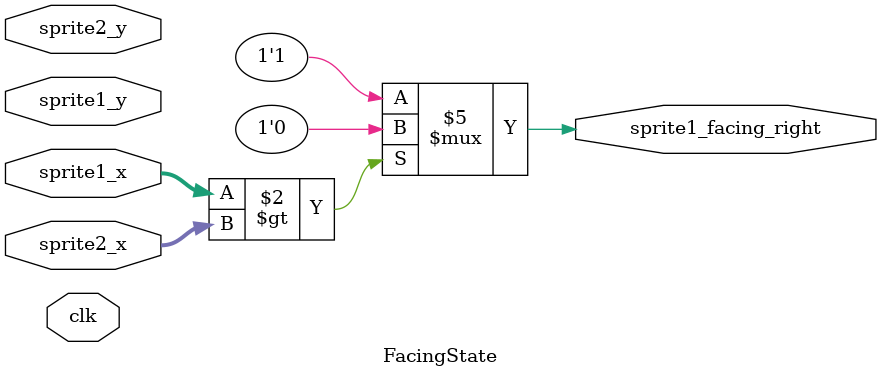
<source format=v>
module FacingState (
    input clk,
    input [6:0] sprite1_x,
    input [6:0] sprite1_y,
    input [6:0] sprite2_x,
    input [6:0] sprite2_y,
    output reg sprite1_facing_right =1

);


    
    always @(clk) begin
        if (sprite1_x > sprite2_x) begin
            sprite1_facing_right = 0;

        end
        else begin
            sprite1_facing_right = 1;

        end
    end

endmodule
</source>
